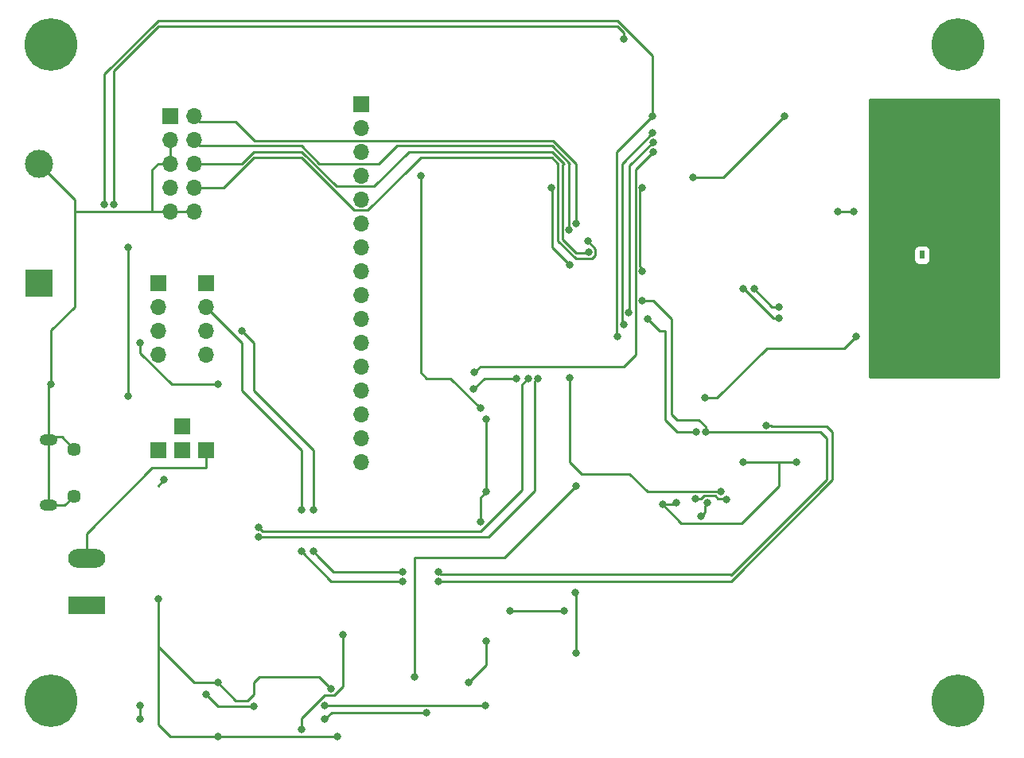
<source format=gbr>
%TF.GenerationSoftware,KiCad,Pcbnew,(5.1.9)-1*%
%TF.CreationDate,2022-08-26T12:30:02-05:00*%
%TF.ProjectId,GPSPuck,47505350-7563-46b2-9e6b-696361645f70,2*%
%TF.SameCoordinates,Original*%
%TF.FileFunction,Copper,L2,Bot*%
%TF.FilePolarity,Positive*%
%FSLAX46Y46*%
G04 Gerber Fmt 4.6, Leading zero omitted, Abs format (unit mm)*
G04 Created by KiCad (PCBNEW (5.1.9)-1) date 2022-08-26 12:30:02*
%MOMM*%
%LPD*%
G01*
G04 APERTURE LIST*
%TA.AperFunction,ConnectorPad*%
%ADD10C,5.600000*%
%TD*%
%TA.AperFunction,ComponentPad*%
%ADD11C,3.600000*%
%TD*%
%TA.AperFunction,ComponentPad*%
%ADD12R,1.700000X1.700000*%
%TD*%
%TA.AperFunction,ComponentPad*%
%ADD13O,1.700000X1.700000*%
%TD*%
%TA.AperFunction,ComponentPad*%
%ADD14O,1.900000X1.200000*%
%TD*%
%TA.AperFunction,ComponentPad*%
%ADD15C,1.450000*%
%TD*%
%TA.AperFunction,ComponentPad*%
%ADD16O,3.960000X1.980000*%
%TD*%
%TA.AperFunction,ComponentPad*%
%ADD17R,3.960000X1.980000*%
%TD*%
%TA.AperFunction,ComponentPad*%
%ADD18C,3.000000*%
%TD*%
%TA.AperFunction,ComponentPad*%
%ADD19R,3.000000X3.000000*%
%TD*%
%TA.AperFunction,ComponentPad*%
%ADD20R,0.500000X0.900000*%
%TD*%
%TA.AperFunction,ViaPad*%
%ADD21C,0.800000*%
%TD*%
%TA.AperFunction,Conductor*%
%ADD22C,0.250000*%
%TD*%
%TA.AperFunction,NonConductor*%
%ADD23C,0.254000*%
%TD*%
%TA.AperFunction,NonConductor*%
%ADD24C,0.100000*%
%TD*%
G04 APERTURE END LIST*
D10*
%TO.P,H4,1*%
%TO.N,GND*%
X74930000Y-64770000D03*
D11*
X74930000Y-64770000D03*
%TD*%
D10*
%TO.P,H3,1*%
%TO.N,GND*%
X171450000Y-64770000D03*
D11*
X171450000Y-64770000D03*
%TD*%
D10*
%TO.P,H2,1*%
%TO.N,GND*%
X171450000Y-134620000D03*
D11*
X171450000Y-134620000D03*
%TD*%
D10*
%TO.P,H1,1*%
%TO.N,GND*%
X74930000Y-134620000D03*
D11*
X74930000Y-134620000D03*
%TD*%
D12*
%TO.P,J10,1*%
%TO.N,/5V*%
X91440000Y-90170000D03*
D13*
%TO.P,J10,2*%
%TO.N,/SDA*%
X91440000Y-92710000D03*
%TO.P,J10,3*%
%TO.N,/SCL*%
X91440000Y-95250000D03*
%TO.P,J10,4*%
%TO.N,GND*%
X91440000Y-97790000D03*
%TD*%
%TO.P,J9,4*%
%TO.N,/SS1*%
X86360000Y-97790000D03*
%TO.P,J9,3*%
%TO.N,/SS0*%
X86360000Y-95250000D03*
%TO.P,J9,2*%
%TO.N,/MISO*%
X86360000Y-92710000D03*
D12*
%TO.P,J9,1*%
%TO.N,/MOSI*%
X86360000Y-90170000D03*
%TD*%
D13*
%TO.P,J8,16*%
%TO.N,/GPIO17*%
X107950000Y-109220000D03*
%TO.P,J8,15*%
%TO.N,/GPIO18*%
X107950000Y-106680000D03*
%TO.P,J8,14*%
%TO.N,/GPIO13*%
X107950000Y-104140000D03*
%TO.P,J8,13*%
%TO.N,/GPIO12*%
X107950000Y-101600000D03*
%TO.P,J8,12*%
%TO.N,/GPIO11*%
X107950000Y-99060000D03*
%TO.P,J8,11*%
%TO.N,/GPIO10*%
X107950000Y-96520000D03*
%TO.P,J8,10*%
%TO.N,/GPIO9*%
X107950000Y-93980000D03*
%TO.P,J8,9*%
%TO.N,/GPIO8*%
X107950000Y-91440000D03*
%TO.P,J8,8*%
%TO.N,/GPIO7*%
X107950000Y-88900000D03*
%TO.P,J8,7*%
%TO.N,/GPIO6*%
X107950000Y-86360000D03*
%TO.P,J8,6*%
%TO.N,/GPIO5*%
X107950000Y-83820000D03*
%TO.P,J8,5*%
%TO.N,/GPIO4*%
X107950000Y-81280000D03*
%TO.P,J8,4*%
%TO.N,/GPIO3*%
X107950000Y-78740000D03*
%TO.P,J8,3*%
%TO.N,/GPIO2*%
X107950000Y-76200000D03*
%TO.P,J8,2*%
%TO.N,/GPIO1*%
X107950000Y-73660000D03*
D12*
%TO.P,J8,1*%
%TO.N,/GPIO0*%
X107950000Y-71120000D03*
%TD*%
D13*
%TO.P,J7,10*%
%TO.N,GND*%
X90170000Y-82550000D03*
%TO.P,J7,9*%
X87630000Y-82550000D03*
%TO.P,J7,8*%
%TO.N,/MTDI*%
X90170000Y-80010000D03*
%TO.P,J7,7*%
%TO.N,Net-(J7-Pad7)*%
X87630000Y-80010000D03*
%TO.P,J7,6*%
%TO.N,/MTDO*%
X90170000Y-77470000D03*
%TO.P,J7,5*%
%TO.N,GND*%
X87630000Y-77470000D03*
%TO.P,J7,4*%
%TO.N,/MTCK*%
X90170000Y-74930000D03*
%TO.P,J7,3*%
%TO.N,GND*%
X87630000Y-74930000D03*
%TO.P,J7,2*%
%TO.N,/MTMS*%
X90170000Y-72390000D03*
D12*
%TO.P,J7,1*%
%TO.N,/5V*%
X87630000Y-72390000D03*
%TD*%
%TO.P,J6,1*%
%TO.N,Net-(BT1-Pad1)*%
X88900000Y-105410000D03*
%TD*%
%TO.P,J5,1*%
%TO.N,/VPP_SEL*%
X88900000Y-107950000D03*
%TD*%
%TO.P,J4,1*%
%TO.N,/VBUS*%
X86360000Y-107950000D03*
%TD*%
%TO.P,J3,1*%
%TO.N,Net-(J1-Pad2)*%
X91440000Y-107950000D03*
%TD*%
D14*
%TO.P,J2,6*%
%TO.N,GND*%
X74708500Y-113863000D03*
X74708500Y-106863000D03*
D15*
X77408500Y-112863000D03*
X77408500Y-107863000D03*
%TD*%
D16*
%TO.P,J1,2*%
%TO.N,Net-(J1-Pad2)*%
X78740000Y-119460000D03*
D17*
%TO.P,J1,1*%
%TO.N,GND*%
X78740000Y-124460000D03*
%TD*%
D18*
%TO.P,BT1,2*%
%TO.N,GND*%
X73660000Y-77470000D03*
D19*
%TO.P,BT1,1*%
%TO.N,Net-(BT1-Pad1)*%
X73660000Y-90170000D03*
%TD*%
D20*
%TO.P,AE2,2*%
%TO.N,N/C*%
X167640000Y-87190000D03*
%TD*%
D21*
%TO.N,GND*%
X74962500Y-100932500D03*
X130810000Y-129540000D03*
X130720000Y-123100000D03*
%TO.N,/3.3V*%
X104109998Y-136615000D03*
X114935000Y-135890000D03*
X119380000Y-132715000D03*
X121285000Y-128270000D03*
X140052500Y-113755000D03*
X154305000Y-109220000D03*
X148590000Y-109220000D03*
X141515000Y-113575000D03*
X101600000Y-137705000D03*
X106045000Y-127635000D03*
%TO.N,Net-(AE2-Pad1)*%
X158660000Y-82550000D03*
X160401000Y-82550000D03*
%TO.N,/VPP_SEL*%
X86995000Y-111125000D03*
X86360000Y-123825000D03*
X104775000Y-133350000D03*
X92710000Y-132715000D03*
X105410000Y-138430000D03*
X92710000Y-138430000D03*
X92710000Y-138430000D03*
%TO.N,Net-(C2-Pad1)*%
X104109998Y-135165000D03*
X121195000Y-135165000D03*
%TO.N,Net-(C3-Pad1)*%
X91440000Y-133985000D03*
X96520000Y-135255000D03*
%TO.N,/5V*%
X83185000Y-102235000D03*
X83185000Y-86360000D03*
X84455000Y-135165000D03*
X84455000Y-136615000D03*
%TO.N,/BOOT*%
X120650000Y-115570000D03*
X121285000Y-112395000D03*
X121285000Y-104685000D03*
X120650000Y-103505000D03*
X114300000Y-78740000D03*
%TO.N,/RST*%
X113665000Y-132080000D03*
X130810000Y-111760000D03*
X130175000Y-88265000D03*
X128180000Y-80010000D03*
%TO.N,/REGOUT*%
X123825000Y-125095000D03*
X129540000Y-125095000D03*
X144145000Y-115025000D03*
X144780000Y-113575000D03*
%TO.N,/GPIO45*%
X137885000Y-80010000D03*
X137885000Y-88900000D03*
%TO.N,/D+*%
X97062844Y-117208238D03*
X126730003Y-100330000D03*
%TO.N,/D-*%
X97065000Y-116205000D03*
X125730000Y-100330000D03*
%TO.N,/MTDI*%
X132080000Y-85725000D03*
%TO.N,/MTDO*%
X132180153Y-86894847D03*
%TO.N,/MTCK*%
X130102892Y-84527108D03*
%TO.N,/MTMS*%
X130810000Y-83820000D03*
%TO.N,/GPIO18*%
X119914847Y-101499847D03*
X124460000Y-100330000D03*
%TO.N,/SS1*%
X86360000Y-97790000D03*
%TO.N,/SS0*%
X139065000Y-76200000D03*
X120015000Y-99695000D03*
X92710000Y-100965000D03*
X84455000Y-96520000D03*
%TO.N,/MISO*%
X138989998Y-72390000D03*
X135255000Y-95885000D03*
X80645000Y-81825000D03*
%TO.N,/MOSI*%
X138989998Y-74189606D03*
X135890000Y-94615000D03*
X135890000Y-64225000D03*
X81645003Y-81825000D03*
%TO.N,/SCL*%
X144600003Y-106045000D03*
X137885000Y-92075000D03*
X116205000Y-120919997D03*
X112395000Y-120919997D03*
X102870000Y-118745000D03*
X102870000Y-114300000D03*
X95250000Y-95250000D03*
%TO.N,/SDA*%
X143600000Y-106045000D03*
X138430000Y-93980000D03*
X151039999Y-105319999D03*
X116205000Y-121920000D03*
X112395000Y-121920000D03*
X101600000Y-118745000D03*
X101600000Y-114300000D03*
%TO.N,Net-(R2-Pad1)*%
X144584847Y-102430153D03*
X160655000Y-95885000D03*
%TO.N,Net-(R3-Pad1)*%
X143527527Y-113120000D03*
X146815705Y-113223018D03*
%TO.N,/RFDIO0*%
X153035000Y-72390000D03*
X143314847Y-78935153D03*
%TO.N,/GPSRX*%
X152400000Y-92710000D03*
X149770000Y-90805000D03*
%TO.N,/GPSTX*%
X152460000Y-93920000D03*
X148590000Y-90805000D03*
%TO.N,/SCK*%
X139040425Y-75189231D03*
X136435000Y-93345000D03*
%TO.N,/ACCINT*%
X130175000Y-100240000D03*
X146255000Y-112395000D03*
%TD*%
D22*
%TO.N,GND*%
X76098500Y-106553000D02*
X77408500Y-107863000D01*
X74676000Y-106553000D02*
X76098500Y-106553000D01*
X74676000Y-112903000D02*
X74676000Y-106553000D01*
X74708500Y-112935500D02*
X74676000Y-112903000D01*
X74708500Y-113863000D02*
X74708500Y-112935500D01*
X76408500Y-113863000D02*
X77408500Y-112863000D01*
X74708500Y-113863000D02*
X76408500Y-113863000D01*
X74962500Y-95217500D02*
X77470000Y-92710000D01*
X77470000Y-81280000D02*
X73660000Y-77470000D01*
X77470000Y-82550000D02*
X77470000Y-81280000D01*
X77470000Y-92710000D02*
X77470000Y-82550000D01*
X87630000Y-82550000D02*
X90170000Y-82550000D01*
X87630000Y-74930000D02*
X87630000Y-77470000D01*
X87630000Y-77470000D02*
X86360000Y-77470000D01*
X86360000Y-77470000D02*
X85725000Y-78105000D01*
X85725000Y-79844002D02*
X85725000Y-82550000D01*
X85725000Y-78105000D02*
X85725000Y-79844002D01*
X85725000Y-82550000D02*
X77470000Y-82550000D01*
X87630000Y-82550000D02*
X85725000Y-82550000D01*
X74962500Y-100932500D02*
X74962500Y-95217500D01*
X130810000Y-129540000D02*
X130810000Y-123190000D01*
X130810000Y-123190000D02*
X130720000Y-123100000D01*
X74708500Y-101186500D02*
X74962500Y-100932500D01*
X74708500Y-106863000D02*
X74708500Y-101186500D01*
%TO.N,/3.3V*%
X104109998Y-136615000D02*
X104834998Y-135890000D01*
X104834998Y-135890000D02*
X114935000Y-135890000D01*
X119380000Y-132715000D02*
X121285000Y-130810000D01*
X121285000Y-130810000D02*
X121285000Y-128270000D01*
X154305000Y-109220000D02*
X152400000Y-109220000D01*
X152400000Y-109220000D02*
X152400000Y-111760000D01*
X142047501Y-115750001D02*
X140052500Y-113755000D01*
X148409999Y-115750001D02*
X142047501Y-115750001D01*
X152400000Y-111760000D02*
X148409999Y-115750001D01*
X152400000Y-109220000D02*
X148590000Y-109220000D01*
X140052500Y-113755000D02*
X141515000Y-113755000D01*
X141515000Y-113755000D02*
X141515000Y-113575000D01*
X105123001Y-134075001D02*
X106045000Y-133153002D01*
X104049999Y-134075001D02*
X105123001Y-134075001D01*
X101600000Y-136525000D02*
X104049999Y-134075001D01*
X101600000Y-137705000D02*
X101600000Y-136525000D01*
X106045000Y-133153002D02*
X106045000Y-127635000D01*
%TO.N,Net-(AE2-Pad1)*%
X158660000Y-82550000D02*
X160401000Y-82550000D01*
%TO.N,/VPP_SEL*%
X86995000Y-111125000D02*
X86360000Y-111760000D01*
X86360000Y-123825000D02*
X86360000Y-128905000D01*
X86360000Y-128905000D02*
X90170000Y-132715000D01*
X90170000Y-132715000D02*
X92710000Y-132715000D01*
X92710000Y-132715000D02*
X94615000Y-134620000D01*
X94615000Y-134620000D02*
X95885000Y-134620000D01*
X95885000Y-134620000D02*
X96520000Y-133985000D01*
X96520000Y-133985000D02*
X96520000Y-132715000D01*
X96520000Y-132715000D02*
X97155000Y-132080000D01*
X103505000Y-132080000D02*
X104775000Y-133350000D01*
X97155000Y-132080000D02*
X103505000Y-132080000D01*
X86360000Y-128905000D02*
X86360000Y-137160000D01*
X86360000Y-137160000D02*
X87630000Y-138430000D01*
X87630000Y-138430000D02*
X92710000Y-138430000D01*
X93980000Y-138430000D02*
X105410000Y-138430000D01*
X92710000Y-138430000D02*
X93980000Y-138430000D01*
X92710000Y-138430000D02*
X92710000Y-138430000D01*
%TO.N,Net-(C2-Pad1)*%
X104109998Y-135165000D02*
X121195000Y-135165000D01*
%TO.N,Net-(C3-Pad1)*%
X91440000Y-133985000D02*
X92710000Y-135255000D01*
X92710000Y-135255000D02*
X96520000Y-135255000D01*
%TO.N,/5V*%
X83185000Y-102235000D02*
X83185000Y-86360000D01*
X84455000Y-135165000D02*
X84455000Y-136525000D01*
X84455000Y-136525000D02*
X84455000Y-136615000D01*
%TO.N,/BOOT*%
X120650000Y-115570000D02*
X120650000Y-113030000D01*
X120650000Y-113030000D02*
X121285000Y-112395000D01*
X121285000Y-112395000D02*
X121285000Y-104775000D01*
X121285000Y-104775000D02*
X121285000Y-104685000D01*
X120650000Y-103505000D02*
X117475000Y-100330000D01*
X117475000Y-100330000D02*
X114935000Y-100330000D01*
X114935000Y-100330000D02*
X114300000Y-99695000D01*
X114300000Y-99695000D02*
X114300000Y-78740000D01*
%TO.N,/RST*%
X113665000Y-132080000D02*
X113665000Y-119380000D01*
X113665000Y-119380000D02*
X123190000Y-119380000D01*
X123190000Y-119380000D02*
X130810000Y-111760000D01*
X130175000Y-88265000D02*
X129540000Y-87630000D01*
X129540000Y-87630000D02*
X128270000Y-86360000D01*
X128270000Y-80100000D02*
X128180000Y-80010000D01*
X128270000Y-86360000D02*
X128270000Y-80100000D01*
%TO.N,/REGOUT*%
X123825000Y-125095000D02*
X129540000Y-125095000D01*
X144544999Y-114625001D02*
X144544999Y-113900001D01*
X144145000Y-115025000D02*
X144544999Y-114625001D01*
X144780000Y-113665000D02*
X144780000Y-113575000D01*
X144544999Y-113900001D02*
X144780000Y-113665000D01*
%TO.N,/GPIO45*%
X137610010Y-88380197D02*
X137610010Y-80194990D01*
X137795000Y-80010000D02*
X137885000Y-80010000D01*
X137610010Y-80194990D02*
X137795000Y-80010000D01*
X137885000Y-88655187D02*
X137610010Y-88380197D01*
X137885000Y-88900000D02*
X137885000Y-88655187D01*
%TO.N,Net-(J1-Pad2)*%
X91440000Y-109855000D02*
X91440000Y-107950000D01*
X85725000Y-109855000D02*
X91440000Y-109855000D01*
X78740000Y-116840000D02*
X85725000Y-109855000D01*
X78740000Y-119460000D02*
X78740000Y-116840000D01*
%TO.N,/D+*%
X97062844Y-117208238D02*
X121551762Y-117208238D01*
X121551762Y-117208238D02*
X125095000Y-113665000D01*
X125095000Y-113665000D02*
X126455001Y-112304999D01*
X126455001Y-100605002D02*
X126730003Y-100330000D01*
X126455001Y-112304999D02*
X126455001Y-100605002D01*
%TO.N,/D-*%
X120688003Y-116604999D02*
X125095000Y-112198002D01*
X97464999Y-116604999D02*
X120688003Y-116604999D01*
X97065000Y-116205000D02*
X97464999Y-116604999D01*
X125095000Y-112198002D02*
X125095000Y-100965000D01*
X125095000Y-100965000D02*
X125730000Y-100330000D01*
%TO.N,/MTDI*%
X90170000Y-80010000D02*
X93347820Y-80010000D01*
X93347820Y-80010000D02*
X95437811Y-77920009D01*
X95437811Y-77920009D02*
X96521410Y-76836410D01*
X96521410Y-76836410D02*
X101598590Y-76836410D01*
X101598590Y-76836410D02*
X105407180Y-80645000D01*
X107217181Y-82455001D02*
X108679999Y-82455001D01*
X105407180Y-80645000D02*
X107217181Y-82455001D01*
X108679999Y-82455001D02*
X113120001Y-78014999D01*
X114300000Y-76835000D02*
X128265770Y-76835000D01*
X113120001Y-78014999D02*
X114300000Y-76835000D01*
X128265770Y-76835000D02*
X128905000Y-77474230D01*
X132905154Y-87242848D02*
X132905154Y-86550154D01*
X130798438Y-87619848D02*
X132528154Y-87619848D01*
X132528154Y-87619848D02*
X132905154Y-87242848D01*
X128905000Y-85726410D02*
X130798438Y-87619848D01*
X128905000Y-77474230D02*
X128905000Y-85726410D01*
X132905154Y-86550154D02*
X132080000Y-85725000D01*
%TO.N,/MTDO*%
X95251410Y-77470000D02*
X96520000Y-76201410D01*
X90170000Y-77470000D02*
X95251410Y-77470000D01*
X96524230Y-76200000D02*
X101598590Y-76200000D01*
X96522820Y-76201410D02*
X96524230Y-76200000D01*
X96520000Y-76201410D02*
X96522820Y-76201410D01*
X105313591Y-79915001D02*
X109314999Y-79915001D01*
X101598590Y-76200000D02*
X105313591Y-79915001D01*
X109314999Y-79915001D02*
X113030000Y-76200000D01*
X113030000Y-76200000D02*
X128267180Y-76200000D01*
X128267180Y-76200000D02*
X129538590Y-77471410D01*
X129377891Y-77632109D02*
X129377891Y-85562891D01*
X129538590Y-77471410D02*
X129377891Y-77632109D01*
X129377891Y-85562891D02*
X130810000Y-86995000D01*
X132080000Y-86995000D02*
X132180153Y-86894847D01*
X130810000Y-86995000D02*
X132080000Y-86995000D01*
%TO.N,/MTCK*%
X90805000Y-75565000D02*
X90170000Y-74930000D01*
X96520000Y-75565000D02*
X90805000Y-75565000D01*
X96520000Y-75565000D02*
X101600000Y-75565000D01*
X101600000Y-75565000D02*
X103505000Y-77470000D01*
X103505000Y-77470000D02*
X109855000Y-77470000D01*
X109855000Y-77470000D02*
X111760000Y-75565000D01*
X111760000Y-75565000D02*
X128268590Y-75565000D01*
X128268590Y-75565000D02*
X130174295Y-77470705D01*
X130174295Y-77470705D02*
X130084999Y-77560001D01*
X130084999Y-77560001D02*
X130084999Y-84364999D01*
X130102892Y-84382892D02*
X130102892Y-84527108D01*
X130084999Y-84364999D02*
X130102892Y-84382892D01*
%TO.N,/MTMS*%
X96614999Y-75024999D02*
X128364999Y-75024999D01*
X94615000Y-73025000D02*
X96614999Y-75024999D01*
X128364999Y-75024999D02*
X130810000Y-77470000D01*
X130810000Y-77470000D02*
X130810000Y-83820000D01*
X90805000Y-73025000D02*
X90170000Y-72390000D01*
X94615000Y-73025000D02*
X90805000Y-73025000D01*
%TO.N,/GPIO18*%
X119914847Y-101499847D02*
X121084694Y-100330000D01*
X121084694Y-100330000D02*
X124460000Y-100330000D01*
%TO.N,/SS0*%
X139065000Y-76200000D02*
X137160000Y-78105000D01*
X137160000Y-78105000D02*
X137160000Y-97790000D01*
X137160000Y-97790000D02*
X135890000Y-99060000D01*
X135890000Y-99060000D02*
X120650000Y-99060000D01*
X120650000Y-99060000D02*
X120015000Y-99695000D01*
X87795998Y-100965000D02*
X84455000Y-97624002D01*
X92710000Y-100965000D02*
X87795998Y-100965000D01*
X84455000Y-97624002D02*
X84455000Y-96520000D01*
%TO.N,/MISO*%
X138989998Y-72390000D02*
X135255000Y-76124998D01*
X135164999Y-76214999D02*
X135164999Y-95794999D01*
X135255000Y-76124998D02*
X135164999Y-76214999D01*
X135164999Y-95794999D02*
X135255000Y-95885000D01*
X138989998Y-72390000D02*
X138989998Y-65964998D01*
X138989998Y-65964998D02*
X135255000Y-62230000D01*
X135255000Y-62230000D02*
X86360000Y-62230000D01*
X86360000Y-62230000D02*
X80645000Y-67945000D01*
X80645000Y-67945000D02*
X80645000Y-81825000D01*
%TO.N,/MOSI*%
X135709999Y-77469605D02*
X135709999Y-94434999D01*
X138989998Y-74189606D02*
X135709999Y-77469605D01*
X135709999Y-94434999D02*
X135890000Y-94615000D01*
X135890000Y-64225000D02*
X135890000Y-63501410D01*
X135890000Y-63501410D02*
X135253590Y-62865000D01*
X135253590Y-62865000D02*
X86361410Y-62865000D01*
X81645003Y-67581407D02*
X81645003Y-81825000D01*
X86361410Y-62865000D02*
X81645003Y-67581407D01*
%TO.N,/SCL*%
X144600003Y-105479315D02*
X143895688Y-104775000D01*
X144600003Y-106045000D02*
X144600003Y-105479315D01*
X143895688Y-104775000D02*
X141605000Y-104775000D01*
X141605000Y-104775000D02*
X140970000Y-104140000D01*
X140970000Y-104140000D02*
X140970000Y-96520000D01*
X140970000Y-96520000D02*
X140970000Y-93980000D01*
X139065000Y-92075000D02*
X137885000Y-92075000D01*
X140970000Y-93980000D02*
X139065000Y-92075000D01*
X144600003Y-106045000D02*
X156845000Y-106045000D01*
X157480000Y-106680000D02*
X157480000Y-111123590D01*
X156845000Y-106045000D02*
X157480000Y-106680000D01*
X157480000Y-111123590D02*
X147318590Y-121285000D01*
X147228589Y-121194999D02*
X116553001Y-121194999D01*
X147318590Y-121285000D02*
X147228589Y-121194999D01*
X116480002Y-121194999D02*
X116205000Y-120919997D01*
X116553001Y-121194999D02*
X116480002Y-121194999D01*
X112395000Y-120919997D02*
X105044997Y-120919997D01*
X105044997Y-120919997D02*
X103505000Y-119380000D01*
X103505000Y-119380000D02*
X102870000Y-118745000D01*
X102870000Y-114300000D02*
X102870000Y-107950000D01*
X96520000Y-101600000D02*
X96520000Y-96520000D01*
X102870000Y-107950000D02*
X96520000Y-101600000D01*
X96520000Y-96520000D02*
X95250000Y-95250000D01*
%TO.N,/SDA*%
X139700000Y-95250000D02*
X138430000Y-93980000D01*
X140335000Y-104775000D02*
X140335000Y-95250000D01*
X141605000Y-106045000D02*
X140335000Y-104775000D01*
X140335000Y-95250000D02*
X139700000Y-95250000D01*
X143600000Y-106045000D02*
X141605000Y-106045000D01*
X151605684Y-105319999D02*
X151695685Y-105410000D01*
X151039999Y-105319999D02*
X151605684Y-105319999D01*
X151695685Y-105410000D02*
X157480000Y-105410000D01*
X157480000Y-105410000D02*
X158115000Y-106045000D01*
X158115000Y-106045000D02*
X158115000Y-111125000D01*
X158115000Y-111125000D02*
X147320000Y-121920000D01*
X147320000Y-121920000D02*
X133350000Y-121920000D01*
X133350000Y-121920000D02*
X116205000Y-121920000D01*
X112395000Y-121920000D02*
X104775000Y-121920000D01*
X104775000Y-121920000D02*
X101600000Y-118745000D01*
X101600000Y-114300000D02*
X101600000Y-107950000D01*
X101600000Y-107950000D02*
X95250000Y-101600000D01*
X95250000Y-96520000D02*
X91440000Y-92710000D01*
X95250000Y-101600000D02*
X95250000Y-96520000D01*
%TO.N,Net-(R2-Pad1)*%
X144584847Y-102430153D02*
X145854847Y-102430153D01*
X145854847Y-102430153D02*
X151130000Y-97155000D01*
X151130000Y-97155000D02*
X159385000Y-97155000D01*
X159385000Y-97155000D02*
X160655000Y-95885000D01*
%TO.N,Net-(R3-Pad1)*%
X145906999Y-113120001D02*
X146594999Y-113120001D01*
X145636997Y-112849999D02*
X145906999Y-113120001D01*
X144431999Y-112849999D02*
X145636997Y-112849999D01*
X144161998Y-113120000D02*
X144431999Y-112849999D01*
X143527527Y-113120000D02*
X144161998Y-113120000D01*
X146712688Y-113120001D02*
X146815705Y-113223018D01*
X146594999Y-113120001D02*
X146712688Y-113120001D01*
%TO.N,/RFDIO0*%
X153035000Y-72390000D02*
X147320000Y-78105000D01*
X147192738Y-78232262D02*
X147320000Y-78105000D01*
X143314847Y-78935153D02*
X146489847Y-78935153D01*
X146489847Y-78935153D02*
X147320000Y-78105000D01*
%TO.N,/GPSRX*%
X149770000Y-90805000D02*
X151675000Y-92710000D01*
X151675000Y-92710000D02*
X152400000Y-92710000D01*
%TO.N,/GPSTX*%
X152460000Y-93920000D02*
X151825000Y-93920000D01*
X148710000Y-90805000D02*
X148590000Y-90805000D01*
X151825000Y-93920000D02*
X148710000Y-90805000D01*
%TO.N,/SCK*%
X139040425Y-75189231D02*
X136525000Y-77704656D01*
X136525000Y-77704656D02*
X136525000Y-93345000D01*
X136525000Y-93345000D02*
X136435000Y-93345000D01*
%TO.N,/ACCINT*%
X130175000Y-100240000D02*
X130175000Y-109220000D01*
X130175000Y-109220000D02*
X131445000Y-110490000D01*
X131445000Y-110490000D02*
X136525000Y-110490000D01*
X146050000Y-112395000D02*
X146255000Y-112395000D01*
X136525000Y-110490000D02*
X138430000Y-112395000D01*
X145415000Y-112395000D02*
X146255000Y-112395000D01*
X138430000Y-112395000D02*
X145415000Y-112395000D01*
%TD*%
D23*
X175768000Y-100203000D02*
X162052000Y-100203000D01*
X162052000Y-86740000D01*
X166751928Y-86740000D01*
X166751928Y-87640000D01*
X166764188Y-87764482D01*
X166800498Y-87884180D01*
X166859463Y-87994494D01*
X166938815Y-88091185D01*
X167035506Y-88170537D01*
X167145820Y-88229502D01*
X167265518Y-88265812D01*
X167390000Y-88278072D01*
X167890000Y-88278072D01*
X168014482Y-88265812D01*
X168134180Y-88229502D01*
X168244494Y-88170537D01*
X168341185Y-88091185D01*
X168420537Y-87994494D01*
X168479502Y-87884180D01*
X168515812Y-87764482D01*
X168528072Y-87640000D01*
X168528072Y-86740000D01*
X168515812Y-86615518D01*
X168479502Y-86495820D01*
X168420537Y-86385506D01*
X168341185Y-86288815D01*
X168244494Y-86209463D01*
X168134180Y-86150498D01*
X168014482Y-86114188D01*
X167890000Y-86101928D01*
X167390000Y-86101928D01*
X167265518Y-86114188D01*
X167145820Y-86150498D01*
X167035506Y-86209463D01*
X166938815Y-86288815D01*
X166859463Y-86385506D01*
X166800498Y-86495820D01*
X166764188Y-86615518D01*
X166751928Y-86740000D01*
X162052000Y-86740000D01*
X162052000Y-70612000D01*
X175768000Y-70612000D01*
X175768000Y-100203000D01*
%TA.AperFunction,NonConductor*%
D24*
G36*
X175768000Y-100203000D02*
G01*
X162052000Y-100203000D01*
X162052000Y-86740000D01*
X166751928Y-86740000D01*
X166751928Y-87640000D01*
X166764188Y-87764482D01*
X166800498Y-87884180D01*
X166859463Y-87994494D01*
X166938815Y-88091185D01*
X167035506Y-88170537D01*
X167145820Y-88229502D01*
X167265518Y-88265812D01*
X167390000Y-88278072D01*
X167890000Y-88278072D01*
X168014482Y-88265812D01*
X168134180Y-88229502D01*
X168244494Y-88170537D01*
X168341185Y-88091185D01*
X168420537Y-87994494D01*
X168479502Y-87884180D01*
X168515812Y-87764482D01*
X168528072Y-87640000D01*
X168528072Y-86740000D01*
X168515812Y-86615518D01*
X168479502Y-86495820D01*
X168420537Y-86385506D01*
X168341185Y-86288815D01*
X168244494Y-86209463D01*
X168134180Y-86150498D01*
X168014482Y-86114188D01*
X167890000Y-86101928D01*
X167390000Y-86101928D01*
X167265518Y-86114188D01*
X167145820Y-86150498D01*
X167035506Y-86209463D01*
X166938815Y-86288815D01*
X166859463Y-86385506D01*
X166800498Y-86495820D01*
X166764188Y-86615518D01*
X166751928Y-86740000D01*
X162052000Y-86740000D01*
X162052000Y-70612000D01*
X175768000Y-70612000D01*
X175768000Y-100203000D01*
G37*
%TD.AperFunction*%
M02*

</source>
